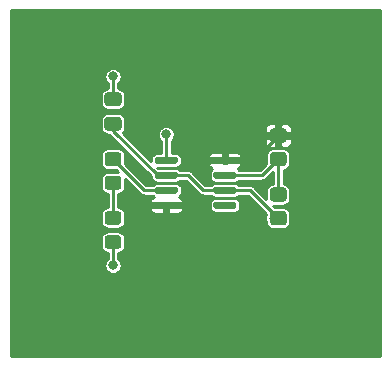
<source format=gbr>
%TF.GenerationSoftware,KiCad,Pcbnew,(5.1.9-0-10_14)*%
%TF.CreationDate,2021-03-11T21:56:35-05:00*%
%TF.ProjectId,getting_to_blinky,67657474-696e-4675-9f74-6f5f626c696e,rev?*%
%TF.SameCoordinates,Original*%
%TF.FileFunction,Copper,L1,Top*%
%TF.FilePolarity,Positive*%
%FSLAX46Y46*%
G04 Gerber Fmt 4.6, Leading zero omitted, Abs format (unit mm)*
G04 Created by KiCad (PCBNEW (5.1.9-0-10_14)) date 2021-03-11 21:56:35*
%MOMM*%
%LPD*%
G01*
G04 APERTURE LIST*
%TA.AperFunction,ViaPad*%
%ADD10C,0.800000*%
%TD*%
%TA.AperFunction,Conductor*%
%ADD11C,0.250000*%
%TD*%
%TA.AperFunction,Conductor*%
%ADD12C,0.100000*%
%TD*%
G04 APERTURE END LIST*
%TO.P,U1,8*%
%TO.N,/VDD*%
%TA.AperFunction,SMDPad,CuDef*%
G36*
G01*
X133500000Y-102245000D02*
X133500000Y-101945000D01*
G75*
G02*
X133650000Y-101795000I150000J0D01*
G01*
X135300000Y-101795000D01*
G75*
G02*
X135450000Y-101945000I0J-150000D01*
G01*
X135450000Y-102245000D01*
G75*
G02*
X135300000Y-102395000I-150000J0D01*
G01*
X133650000Y-102395000D01*
G75*
G02*
X133500000Y-102245000I0J150000D01*
G01*
G37*
%TD.AperFunction*%
%TO.P,U1,7*%
%TO.N,Net-(R1-Pad2)*%
%TA.AperFunction,SMDPad,CuDef*%
G36*
G01*
X133500000Y-103515000D02*
X133500000Y-103215000D01*
G75*
G02*
X133650000Y-103065000I150000J0D01*
G01*
X135300000Y-103065000D01*
G75*
G02*
X135450000Y-103215000I0J-150000D01*
G01*
X135450000Y-103515000D01*
G75*
G02*
X135300000Y-103665000I-150000J0D01*
G01*
X133650000Y-103665000D01*
G75*
G02*
X133500000Y-103515000I0J150000D01*
G01*
G37*
%TD.AperFunction*%
%TO.P,U1,6*%
%TO.N,Net-(C1-Pad1)*%
%TA.AperFunction,SMDPad,CuDef*%
G36*
G01*
X133500000Y-104785000D02*
X133500000Y-104485000D01*
G75*
G02*
X133650000Y-104335000I150000J0D01*
G01*
X135300000Y-104335000D01*
G75*
G02*
X135450000Y-104485000I0J-150000D01*
G01*
X135450000Y-104785000D01*
G75*
G02*
X135300000Y-104935000I-150000J0D01*
G01*
X133650000Y-104935000D01*
G75*
G02*
X133500000Y-104785000I0J150000D01*
G01*
G37*
%TD.AperFunction*%
%TO.P,U1,5*%
%TO.N,Net-(U1-Pad5)*%
%TA.AperFunction,SMDPad,CuDef*%
G36*
G01*
X133500000Y-106055000D02*
X133500000Y-105755000D01*
G75*
G02*
X133650000Y-105605000I150000J0D01*
G01*
X135300000Y-105605000D01*
G75*
G02*
X135450000Y-105755000I0J-150000D01*
G01*
X135450000Y-106055000D01*
G75*
G02*
X135300000Y-106205000I-150000J0D01*
G01*
X133650000Y-106205000D01*
G75*
G02*
X133500000Y-106055000I0J150000D01*
G01*
G37*
%TD.AperFunction*%
%TO.P,U1,4*%
%TO.N,/VDD*%
%TA.AperFunction,SMDPad,CuDef*%
G36*
G01*
X128550000Y-106055000D02*
X128550000Y-105755000D01*
G75*
G02*
X128700000Y-105605000I150000J0D01*
G01*
X130350000Y-105605000D01*
G75*
G02*
X130500000Y-105755000I0J-150000D01*
G01*
X130500000Y-106055000D01*
G75*
G02*
X130350000Y-106205000I-150000J0D01*
G01*
X128700000Y-106205000D01*
G75*
G02*
X128550000Y-106055000I0J150000D01*
G01*
G37*
%TD.AperFunction*%
%TO.P,U1,3*%
%TO.N,Net-(R3-Pad1)*%
%TA.AperFunction,SMDPad,CuDef*%
G36*
G01*
X128550000Y-104785000D02*
X128550000Y-104485000D01*
G75*
G02*
X128700000Y-104335000I150000J0D01*
G01*
X130350000Y-104335000D01*
G75*
G02*
X130500000Y-104485000I0J-150000D01*
G01*
X130500000Y-104785000D01*
G75*
G02*
X130350000Y-104935000I-150000J0D01*
G01*
X128700000Y-104935000D01*
G75*
G02*
X128550000Y-104785000I0J150000D01*
G01*
G37*
%TD.AperFunction*%
%TO.P,U1,2*%
%TO.N,Net-(C1-Pad1)*%
%TA.AperFunction,SMDPad,CuDef*%
G36*
G01*
X128550000Y-103515000D02*
X128550000Y-103215000D01*
G75*
G02*
X128700000Y-103065000I150000J0D01*
G01*
X130350000Y-103065000D01*
G75*
G02*
X130500000Y-103215000I0J-150000D01*
G01*
X130500000Y-103515000D01*
G75*
G02*
X130350000Y-103665000I-150000J0D01*
G01*
X128700000Y-103665000D01*
G75*
G02*
X128550000Y-103515000I0J150000D01*
G01*
G37*
%TD.AperFunction*%
%TO.P,U1,1*%
%TO.N,GND*%
%TA.AperFunction,SMDPad,CuDef*%
G36*
G01*
X128550000Y-102245000D02*
X128550000Y-101945000D01*
G75*
G02*
X128700000Y-101795000I150000J0D01*
G01*
X130350000Y-101795000D01*
G75*
G02*
X130500000Y-101945000I0J-150000D01*
G01*
X130500000Y-102245000D01*
G75*
G02*
X130350000Y-102395000I-150000J0D01*
G01*
X128700000Y-102395000D01*
G75*
G02*
X128550000Y-102245000I0J150000D01*
G01*
G37*
%TD.AperFunction*%
%TD*%
%TO.P,R3,1*%
%TO.N,Net-(R3-Pad1)*%
%TA.AperFunction,SMDPad,CuDef*%
G36*
G01*
X124549999Y-101400000D02*
X125450001Y-101400000D01*
G75*
G02*
X125700000Y-101649999I0J-249999D01*
G01*
X125700000Y-102350001D01*
G75*
G02*
X125450001Y-102600000I-249999J0D01*
G01*
X124549999Y-102600000D01*
G75*
G02*
X124300000Y-102350001I0J249999D01*
G01*
X124300000Y-101649999D01*
G75*
G02*
X124549999Y-101400000I249999J0D01*
G01*
G37*
%TD.AperFunction*%
%TO.P,R3,2*%
%TO.N,Net-(D1-Pad2)*%
%TA.AperFunction,SMDPad,CuDef*%
G36*
G01*
X124549999Y-103400000D02*
X125450001Y-103400000D01*
G75*
G02*
X125700000Y-103649999I0J-249999D01*
G01*
X125700000Y-104350001D01*
G75*
G02*
X125450001Y-104600000I-249999J0D01*
G01*
X124549999Y-104600000D01*
G75*
G02*
X124300000Y-104350001I0J249999D01*
G01*
X124300000Y-103649999D01*
G75*
G02*
X124549999Y-103400000I249999J0D01*
G01*
G37*
%TD.AperFunction*%
%TD*%
%TO.P,R2,2*%
%TO.N,Net-(C1-Pad1)*%
%TA.AperFunction,SMDPad,CuDef*%
G36*
G01*
X138549999Y-106400000D02*
X139450001Y-106400000D01*
G75*
G02*
X139700000Y-106649999I0J-249999D01*
G01*
X139700000Y-107350001D01*
G75*
G02*
X139450001Y-107600000I-249999J0D01*
G01*
X138549999Y-107600000D01*
G75*
G02*
X138300000Y-107350001I0J249999D01*
G01*
X138300000Y-106649999D01*
G75*
G02*
X138549999Y-106400000I249999J0D01*
G01*
G37*
%TD.AperFunction*%
%TO.P,R2,1*%
%TO.N,Net-(R1-Pad2)*%
%TA.AperFunction,SMDPad,CuDef*%
G36*
G01*
X138549999Y-104400000D02*
X139450001Y-104400000D01*
G75*
G02*
X139700000Y-104649999I0J-249999D01*
G01*
X139700000Y-105350001D01*
G75*
G02*
X139450001Y-105600000I-249999J0D01*
G01*
X138549999Y-105600000D01*
G75*
G02*
X138300000Y-105350001I0J249999D01*
G01*
X138300000Y-104649999D01*
G75*
G02*
X138549999Y-104400000I249999J0D01*
G01*
G37*
%TD.AperFunction*%
%TD*%
%TO.P,R1,2*%
%TO.N,Net-(R1-Pad2)*%
%TA.AperFunction,SMDPad,CuDef*%
G36*
G01*
X138549999Y-101400000D02*
X139450001Y-101400000D01*
G75*
G02*
X139700000Y-101649999I0J-249999D01*
G01*
X139700000Y-102350001D01*
G75*
G02*
X139450001Y-102600000I-249999J0D01*
G01*
X138549999Y-102600000D01*
G75*
G02*
X138300000Y-102350001I0J249999D01*
G01*
X138300000Y-101649999D01*
G75*
G02*
X138549999Y-101400000I249999J0D01*
G01*
G37*
%TD.AperFunction*%
%TO.P,R1,1*%
%TO.N,/VDD*%
%TA.AperFunction,SMDPad,CuDef*%
G36*
G01*
X138549999Y-99400000D02*
X139450001Y-99400000D01*
G75*
G02*
X139700000Y-99649999I0J-249999D01*
G01*
X139700000Y-100350001D01*
G75*
G02*
X139450001Y-100600000I-249999J0D01*
G01*
X138549999Y-100600000D01*
G75*
G02*
X138300000Y-100350001I0J249999D01*
G01*
X138300000Y-99649999D01*
G75*
G02*
X138549999Y-99400000I249999J0D01*
G01*
G37*
%TD.AperFunction*%
%TD*%
%TO.P,D1,2*%
%TO.N,Net-(D1-Pad2)*%
%TA.AperFunction,SMDPad,CuDef*%
G36*
G01*
X125450001Y-107550000D02*
X124549999Y-107550000D01*
G75*
G02*
X124300000Y-107300001I0J249999D01*
G01*
X124300000Y-106649999D01*
G75*
G02*
X124549999Y-106400000I249999J0D01*
G01*
X125450001Y-106400000D01*
G75*
G02*
X125700000Y-106649999I0J-249999D01*
G01*
X125700000Y-107300001D01*
G75*
G02*
X125450001Y-107550000I-249999J0D01*
G01*
G37*
%TD.AperFunction*%
%TO.P,D1,1*%
%TO.N,GND*%
%TA.AperFunction,SMDPad,CuDef*%
G36*
G01*
X125450001Y-109600000D02*
X124549999Y-109600000D01*
G75*
G02*
X124300000Y-109350001I0J249999D01*
G01*
X124300000Y-108699999D01*
G75*
G02*
X124549999Y-108450000I249999J0D01*
G01*
X125450001Y-108450000D01*
G75*
G02*
X125700000Y-108699999I0J-249999D01*
G01*
X125700000Y-109350001D01*
G75*
G02*
X125450001Y-109600000I-249999J0D01*
G01*
G37*
%TD.AperFunction*%
%TD*%
%TO.P,C1,1*%
%TO.N,Net-(C1-Pad1)*%
%TA.AperFunction,SMDPad,CuDef*%
G36*
G01*
X125475000Y-99587500D02*
X124525000Y-99587500D01*
G75*
G02*
X124275000Y-99337500I0J250000D01*
G01*
X124275000Y-98662500D01*
G75*
G02*
X124525000Y-98412500I250000J0D01*
G01*
X125475000Y-98412500D01*
G75*
G02*
X125725000Y-98662500I0J-250000D01*
G01*
X125725000Y-99337500D01*
G75*
G02*
X125475000Y-99587500I-250000J0D01*
G01*
G37*
%TD.AperFunction*%
%TO.P,C1,2*%
%TO.N,GND*%
%TA.AperFunction,SMDPad,CuDef*%
G36*
G01*
X125475000Y-97512500D02*
X124525000Y-97512500D01*
G75*
G02*
X124275000Y-97262500I0J250000D01*
G01*
X124275000Y-96587500D01*
G75*
G02*
X124525000Y-96337500I250000J0D01*
G01*
X125475000Y-96337500D01*
G75*
G02*
X125725000Y-96587500I0J-250000D01*
G01*
X125725000Y-97262500D01*
G75*
G02*
X125475000Y-97512500I-250000J0D01*
G01*
G37*
%TD.AperFunction*%
%TD*%
D10*
%TO.N,GND*%
X125000000Y-111000000D03*
X125000000Y-95000000D03*
X129500000Y-99900000D03*
%TO.N,/VDD*%
X119000000Y-99000000D03*
X144780000Y-109220000D03*
%TD*%
D11*
%TO.N,GND*%
X125000000Y-109025000D02*
X125000000Y-109000000D01*
X125000000Y-109025000D02*
X125000000Y-111000000D01*
X125000000Y-96925000D02*
X125000000Y-95000000D01*
X129525000Y-99925000D02*
X129500000Y-99900000D01*
X129525000Y-102095000D02*
X129525000Y-99925000D01*
%TO.N,Net-(C1-Pad1)*%
X128777500Y-103365000D02*
X129525000Y-103365000D01*
X125000000Y-99587500D02*
X128777500Y-103365000D01*
X125000000Y-99000000D02*
X125000000Y-99587500D01*
X138300000Y-107000000D02*
X139000000Y-107000000D01*
X136635000Y-104635000D02*
X139000000Y-107000000D01*
X134475000Y-104635000D02*
X136635000Y-104635000D01*
X131365000Y-103365000D02*
X129525000Y-103365000D01*
X132635000Y-104635000D02*
X131365000Y-103365000D01*
X134475000Y-104635000D02*
X132635000Y-104635000D01*
%TO.N,Net-(D1-Pad2)*%
X125000000Y-104000000D02*
X125000000Y-106975000D01*
%TO.N,Net-(R1-Pad2)*%
X137635000Y-103365000D02*
X139000000Y-102000000D01*
X134475000Y-103365000D02*
X137635000Y-103365000D01*
X139000000Y-104800000D02*
X139000000Y-105000000D01*
X134475000Y-103365000D02*
X137565000Y-103365000D01*
X139000000Y-105000000D02*
X139000000Y-104600000D01*
X139000000Y-104600000D02*
X139000000Y-102000000D01*
%TO.N,Net-(R3-Pad1)*%
X127635000Y-104635000D02*
X129525000Y-104635000D01*
X125000000Y-102000000D02*
X127635000Y-104635000D01*
%TO.N,/VDD*%
X136905000Y-102095000D02*
X139000000Y-100000000D01*
X134475000Y-102095000D02*
X136905000Y-102095000D01*
%TD*%
%TO.N,/VDD*%
X147650000Y-118650000D02*
X116350000Y-118650000D01*
X116350000Y-108699999D01*
X123973428Y-108699999D01*
X123973428Y-109350001D01*
X123984507Y-109462484D01*
X124017317Y-109570645D01*
X124070598Y-109670327D01*
X124142302Y-109757698D01*
X124229673Y-109829402D01*
X124329355Y-109882683D01*
X124437516Y-109915493D01*
X124549999Y-109926572D01*
X124550000Y-109926572D01*
X124550001Y-110428730D01*
X124537839Y-110436856D01*
X124436856Y-110537839D01*
X124357513Y-110656584D01*
X124302861Y-110788525D01*
X124275000Y-110928594D01*
X124275000Y-111071406D01*
X124302861Y-111211475D01*
X124357513Y-111343416D01*
X124436856Y-111462161D01*
X124537839Y-111563144D01*
X124656584Y-111642487D01*
X124788525Y-111697139D01*
X124928594Y-111725000D01*
X125071406Y-111725000D01*
X125211475Y-111697139D01*
X125343416Y-111642487D01*
X125462161Y-111563144D01*
X125563144Y-111462161D01*
X125642487Y-111343416D01*
X125697139Y-111211475D01*
X125725000Y-111071406D01*
X125725000Y-110928594D01*
X125697139Y-110788525D01*
X125642487Y-110656584D01*
X125563144Y-110537839D01*
X125462161Y-110436856D01*
X125450000Y-110428730D01*
X125450000Y-109926572D01*
X125450001Y-109926572D01*
X125562484Y-109915493D01*
X125670645Y-109882683D01*
X125770327Y-109829402D01*
X125857698Y-109757698D01*
X125929402Y-109670327D01*
X125982683Y-109570645D01*
X126015493Y-109462484D01*
X126026572Y-109350001D01*
X126026572Y-108699999D01*
X126015493Y-108587516D01*
X125982683Y-108479355D01*
X125929402Y-108379673D01*
X125857698Y-108292302D01*
X125770327Y-108220598D01*
X125670645Y-108167317D01*
X125562484Y-108134507D01*
X125450001Y-108123428D01*
X124549999Y-108123428D01*
X124437516Y-108134507D01*
X124329355Y-108167317D01*
X124229673Y-108220598D01*
X124142302Y-108292302D01*
X124070598Y-108379673D01*
X124017317Y-108479355D01*
X123984507Y-108587516D01*
X123973428Y-108699999D01*
X116350000Y-108699999D01*
X116350000Y-101649999D01*
X123973428Y-101649999D01*
X123973428Y-102350001D01*
X123984507Y-102462484D01*
X124017317Y-102570645D01*
X124070598Y-102670327D01*
X124142302Y-102757698D01*
X124229673Y-102829402D01*
X124329355Y-102882683D01*
X124437516Y-102915493D01*
X124549999Y-102926572D01*
X125290177Y-102926572D01*
X125437033Y-103073428D01*
X124549999Y-103073428D01*
X124437516Y-103084507D01*
X124329355Y-103117317D01*
X124229673Y-103170598D01*
X124142302Y-103242302D01*
X124070598Y-103329673D01*
X124017317Y-103429355D01*
X123984507Y-103537516D01*
X123973428Y-103649999D01*
X123973428Y-104350001D01*
X123984507Y-104462484D01*
X124017317Y-104570645D01*
X124070598Y-104670327D01*
X124142302Y-104757698D01*
X124229673Y-104829402D01*
X124329355Y-104882683D01*
X124437516Y-104915493D01*
X124549999Y-104926572D01*
X124550000Y-104926572D01*
X124550001Y-106073428D01*
X124549999Y-106073428D01*
X124437516Y-106084507D01*
X124329355Y-106117317D01*
X124229673Y-106170598D01*
X124142302Y-106242302D01*
X124070598Y-106329673D01*
X124017317Y-106429355D01*
X123984507Y-106537516D01*
X123973428Y-106649999D01*
X123973428Y-107300001D01*
X123984507Y-107412484D01*
X124017317Y-107520645D01*
X124070598Y-107620327D01*
X124142302Y-107707698D01*
X124229673Y-107779402D01*
X124329355Y-107832683D01*
X124437516Y-107865493D01*
X124549999Y-107876572D01*
X125450001Y-107876572D01*
X125562484Y-107865493D01*
X125670645Y-107832683D01*
X125770327Y-107779402D01*
X125857698Y-107707698D01*
X125929402Y-107620327D01*
X125982683Y-107520645D01*
X126015493Y-107412484D01*
X126026572Y-107300001D01*
X126026572Y-106649999D01*
X126015493Y-106537516D01*
X125982683Y-106429355D01*
X125929402Y-106329673D01*
X125857698Y-106242302D01*
X125812246Y-106205000D01*
X128122944Y-106205000D01*
X128131150Y-106288314D01*
X128155452Y-106368427D01*
X128194916Y-106442260D01*
X128248026Y-106506974D01*
X128312740Y-106560084D01*
X128386573Y-106599548D01*
X128466686Y-106623850D01*
X128550000Y-106632056D01*
X129243750Y-106630000D01*
X129350000Y-106523750D01*
X129350000Y-106080000D01*
X129700000Y-106080000D01*
X129700000Y-106523750D01*
X129806250Y-106630000D01*
X130500000Y-106632056D01*
X130583314Y-106623850D01*
X130663427Y-106599548D01*
X130737260Y-106560084D01*
X130801974Y-106506974D01*
X130855084Y-106442260D01*
X130894548Y-106368427D01*
X130918850Y-106288314D01*
X130927056Y-106205000D01*
X130925000Y-106186250D01*
X130818750Y-106080000D01*
X129700000Y-106080000D01*
X129350000Y-106080000D01*
X128231250Y-106080000D01*
X128125000Y-106186250D01*
X128122944Y-106205000D01*
X125812246Y-106205000D01*
X125770327Y-106170598D01*
X125670645Y-106117317D01*
X125562484Y-106084507D01*
X125450001Y-106073428D01*
X125450000Y-106073428D01*
X125450000Y-105755000D01*
X133173428Y-105755000D01*
X133173428Y-106055000D01*
X133182585Y-106147975D01*
X133209705Y-106237376D01*
X133253745Y-106319769D01*
X133313013Y-106391987D01*
X133385231Y-106451255D01*
X133467624Y-106495295D01*
X133557025Y-106522415D01*
X133650000Y-106531572D01*
X135300000Y-106531572D01*
X135392975Y-106522415D01*
X135482376Y-106495295D01*
X135564769Y-106451255D01*
X135636987Y-106391987D01*
X135696255Y-106319769D01*
X135740295Y-106237376D01*
X135767415Y-106147975D01*
X135776572Y-106055000D01*
X135776572Y-105755000D01*
X135767415Y-105662025D01*
X135740295Y-105572624D01*
X135696255Y-105490231D01*
X135636987Y-105418013D01*
X135564769Y-105358745D01*
X135482376Y-105314705D01*
X135392975Y-105287585D01*
X135300000Y-105278428D01*
X133650000Y-105278428D01*
X133557025Y-105287585D01*
X133467624Y-105314705D01*
X133385231Y-105358745D01*
X133313013Y-105418013D01*
X133253745Y-105490231D01*
X133209705Y-105572624D01*
X133182585Y-105662025D01*
X133173428Y-105755000D01*
X125450000Y-105755000D01*
X125450000Y-104926572D01*
X125450001Y-104926572D01*
X125562484Y-104915493D01*
X125670645Y-104882683D01*
X125770327Y-104829402D01*
X125857698Y-104757698D01*
X125929402Y-104670327D01*
X125982683Y-104570645D01*
X126015493Y-104462484D01*
X126026572Y-104350001D01*
X126026572Y-103662968D01*
X127301176Y-104937572D01*
X127315263Y-104954737D01*
X127332428Y-104968824D01*
X127332432Y-104968828D01*
X127383783Y-105010971D01*
X127444620Y-105043489D01*
X127461959Y-105052757D01*
X127546785Y-105078489D01*
X127612895Y-105085000D01*
X127612906Y-105085000D01*
X127635000Y-105087176D01*
X127657094Y-105085000D01*
X128332658Y-105085000D01*
X128363013Y-105121987D01*
X128435231Y-105181255D01*
X128452462Y-105190465D01*
X128386573Y-105210452D01*
X128312740Y-105249916D01*
X128248026Y-105303026D01*
X128194916Y-105367740D01*
X128155452Y-105441573D01*
X128131150Y-105521686D01*
X128122944Y-105605000D01*
X128125000Y-105623750D01*
X128231250Y-105730000D01*
X129350000Y-105730000D01*
X129350000Y-105710000D01*
X129700000Y-105710000D01*
X129700000Y-105730000D01*
X130818750Y-105730000D01*
X130925000Y-105623750D01*
X130927056Y-105605000D01*
X130918850Y-105521686D01*
X130894548Y-105441573D01*
X130855084Y-105367740D01*
X130801974Y-105303026D01*
X130737260Y-105249916D01*
X130663427Y-105210452D01*
X130597538Y-105190465D01*
X130614769Y-105181255D01*
X130686987Y-105121987D01*
X130746255Y-105049769D01*
X130790295Y-104967376D01*
X130817415Y-104877975D01*
X130826572Y-104785000D01*
X130826572Y-104485000D01*
X130817415Y-104392025D01*
X130790295Y-104302624D01*
X130746255Y-104220231D01*
X130686987Y-104148013D01*
X130614769Y-104088745D01*
X130532376Y-104044705D01*
X130442975Y-104017585D01*
X130350000Y-104008428D01*
X128700000Y-104008428D01*
X128607025Y-104017585D01*
X128517624Y-104044705D01*
X128435231Y-104088745D01*
X128363013Y-104148013D01*
X128332658Y-104185000D01*
X127821396Y-104185000D01*
X126022970Y-102386574D01*
X126026572Y-102350001D01*
X126026572Y-101649999D01*
X126015493Y-101537516D01*
X125982683Y-101429355D01*
X125929402Y-101329673D01*
X125857698Y-101242302D01*
X125770327Y-101170598D01*
X125670645Y-101117317D01*
X125562484Y-101084507D01*
X125450001Y-101073428D01*
X124549999Y-101073428D01*
X124437516Y-101084507D01*
X124329355Y-101117317D01*
X124229673Y-101170598D01*
X124142302Y-101242302D01*
X124070598Y-101329673D01*
X124017317Y-101429355D01*
X123984507Y-101537516D01*
X123973428Y-101649999D01*
X116350000Y-101649999D01*
X116350000Y-98662500D01*
X123948428Y-98662500D01*
X123948428Y-99337500D01*
X123959507Y-99449984D01*
X123992317Y-99558145D01*
X124045598Y-99657826D01*
X124117302Y-99745198D01*
X124204674Y-99816902D01*
X124304355Y-99870183D01*
X124412516Y-99902993D01*
X124525000Y-99914072D01*
X124688592Y-99914072D01*
X124697429Y-99921324D01*
X128223428Y-103447324D01*
X128223428Y-103515000D01*
X128232585Y-103607975D01*
X128259705Y-103697376D01*
X128303745Y-103779769D01*
X128363013Y-103851987D01*
X128435231Y-103911255D01*
X128517624Y-103955295D01*
X128607025Y-103982415D01*
X128700000Y-103991572D01*
X130350000Y-103991572D01*
X130442975Y-103982415D01*
X130532376Y-103955295D01*
X130614769Y-103911255D01*
X130686987Y-103851987D01*
X130717342Y-103815000D01*
X131178605Y-103815000D01*
X132301176Y-104937572D01*
X132315263Y-104954737D01*
X132332428Y-104968824D01*
X132332432Y-104968828D01*
X132383783Y-105010971D01*
X132444620Y-105043489D01*
X132461959Y-105052757D01*
X132546785Y-105078489D01*
X132612895Y-105085000D01*
X132612905Y-105085000D01*
X132634999Y-105087176D01*
X132657093Y-105085000D01*
X133282658Y-105085000D01*
X133313013Y-105121987D01*
X133385231Y-105181255D01*
X133467624Y-105225295D01*
X133557025Y-105252415D01*
X133650000Y-105261572D01*
X135300000Y-105261572D01*
X135392975Y-105252415D01*
X135482376Y-105225295D01*
X135564769Y-105181255D01*
X135636987Y-105121987D01*
X135667342Y-105085000D01*
X136448605Y-105085000D01*
X137977030Y-106613426D01*
X137973428Y-106649999D01*
X137973428Y-106688591D01*
X137924029Y-106748784D01*
X137882243Y-106826959D01*
X137856511Y-106911785D01*
X137847823Y-107000000D01*
X137856511Y-107088215D01*
X137882243Y-107173041D01*
X137924029Y-107251216D01*
X137973428Y-107311409D01*
X137973428Y-107350001D01*
X137984507Y-107462484D01*
X138017317Y-107570645D01*
X138070598Y-107670327D01*
X138142302Y-107757698D01*
X138229673Y-107829402D01*
X138329355Y-107882683D01*
X138437516Y-107915493D01*
X138549999Y-107926572D01*
X139450001Y-107926572D01*
X139562484Y-107915493D01*
X139670645Y-107882683D01*
X139770327Y-107829402D01*
X139857698Y-107757698D01*
X139929402Y-107670327D01*
X139982683Y-107570645D01*
X140015493Y-107462484D01*
X140026572Y-107350001D01*
X140026572Y-106649999D01*
X140015493Y-106537516D01*
X139982683Y-106429355D01*
X139929402Y-106329673D01*
X139857698Y-106242302D01*
X139770327Y-106170598D01*
X139670645Y-106117317D01*
X139562484Y-106084507D01*
X139450001Y-106073428D01*
X138709824Y-106073428D01*
X138562968Y-105926572D01*
X139450001Y-105926572D01*
X139562484Y-105915493D01*
X139670645Y-105882683D01*
X139770327Y-105829402D01*
X139857698Y-105757698D01*
X139929402Y-105670327D01*
X139982683Y-105570645D01*
X140015493Y-105462484D01*
X140026572Y-105350001D01*
X140026572Y-104649999D01*
X140015493Y-104537516D01*
X139982683Y-104429355D01*
X139929402Y-104329673D01*
X139857698Y-104242302D01*
X139770327Y-104170598D01*
X139670645Y-104117317D01*
X139562484Y-104084507D01*
X139450001Y-104073428D01*
X139450000Y-104073428D01*
X139450000Y-102926572D01*
X139450001Y-102926572D01*
X139562484Y-102915493D01*
X139670645Y-102882683D01*
X139770327Y-102829402D01*
X139857698Y-102757698D01*
X139929402Y-102670327D01*
X139982683Y-102570645D01*
X140015493Y-102462484D01*
X140026572Y-102350001D01*
X140026572Y-101649999D01*
X140015493Y-101537516D01*
X139982683Y-101429355D01*
X139929402Y-101329673D01*
X139857698Y-101242302D01*
X139770327Y-101170598D01*
X139670645Y-101117317D01*
X139562484Y-101084507D01*
X139450001Y-101073428D01*
X138549999Y-101073428D01*
X138437516Y-101084507D01*
X138329355Y-101117317D01*
X138229673Y-101170598D01*
X138142302Y-101242302D01*
X138070598Y-101329673D01*
X138017317Y-101429355D01*
X137984507Y-101537516D01*
X137973428Y-101649999D01*
X137973428Y-102350001D01*
X137977030Y-102386574D01*
X137448605Y-102915000D01*
X135667342Y-102915000D01*
X135636987Y-102878013D01*
X135564769Y-102818745D01*
X135547538Y-102809535D01*
X135613427Y-102789548D01*
X135687260Y-102750084D01*
X135751974Y-102696974D01*
X135805084Y-102632260D01*
X135844548Y-102558427D01*
X135868850Y-102478314D01*
X135877056Y-102395000D01*
X135875000Y-102376250D01*
X135768750Y-102270000D01*
X134650000Y-102270000D01*
X134650000Y-102290000D01*
X134300000Y-102290000D01*
X134300000Y-102270000D01*
X133181250Y-102270000D01*
X133075000Y-102376250D01*
X133072944Y-102395000D01*
X133081150Y-102478314D01*
X133105452Y-102558427D01*
X133144916Y-102632260D01*
X133198026Y-102696974D01*
X133262740Y-102750084D01*
X133336573Y-102789548D01*
X133402462Y-102809535D01*
X133385231Y-102818745D01*
X133313013Y-102878013D01*
X133253745Y-102950231D01*
X133209705Y-103032624D01*
X133182585Y-103122025D01*
X133173428Y-103215000D01*
X133173428Y-103515000D01*
X133182585Y-103607975D01*
X133209705Y-103697376D01*
X133253745Y-103779769D01*
X133313013Y-103851987D01*
X133385231Y-103911255D01*
X133467624Y-103955295D01*
X133557025Y-103982415D01*
X133650000Y-103991572D01*
X135300000Y-103991572D01*
X135392975Y-103982415D01*
X135482376Y-103955295D01*
X135564769Y-103911255D01*
X135636987Y-103851987D01*
X135667342Y-103815000D01*
X137612906Y-103815000D01*
X137635000Y-103817176D01*
X137657094Y-103815000D01*
X137657105Y-103815000D01*
X137723215Y-103808489D01*
X137808041Y-103782757D01*
X137886216Y-103740971D01*
X137954737Y-103684737D01*
X137968829Y-103667566D01*
X138550001Y-103086395D01*
X138550000Y-104073428D01*
X138549999Y-104073428D01*
X138437516Y-104084507D01*
X138329355Y-104117317D01*
X138229673Y-104170598D01*
X138142302Y-104242302D01*
X138070598Y-104329673D01*
X138017317Y-104429355D01*
X137984507Y-104537516D01*
X137973428Y-104649999D01*
X137973428Y-105337033D01*
X136968827Y-104332432D01*
X136954737Y-104315263D01*
X136886216Y-104259029D01*
X136808041Y-104217243D01*
X136723215Y-104191511D01*
X136657105Y-104185000D01*
X136657094Y-104185000D01*
X136635000Y-104182824D01*
X136612906Y-104185000D01*
X135667342Y-104185000D01*
X135636987Y-104148013D01*
X135564769Y-104088745D01*
X135482376Y-104044705D01*
X135392975Y-104017585D01*
X135300000Y-104008428D01*
X133650000Y-104008428D01*
X133557025Y-104017585D01*
X133467624Y-104044705D01*
X133385231Y-104088745D01*
X133313013Y-104148013D01*
X133282658Y-104185000D01*
X132821396Y-104185000D01*
X131698827Y-103062432D01*
X131684737Y-103045263D01*
X131616216Y-102989029D01*
X131538041Y-102947243D01*
X131453215Y-102921511D01*
X131387105Y-102915000D01*
X131387094Y-102915000D01*
X131365000Y-102912824D01*
X131342906Y-102915000D01*
X130717342Y-102915000D01*
X130686987Y-102878013D01*
X130614769Y-102818745D01*
X130532376Y-102774705D01*
X130442975Y-102747585D01*
X130350000Y-102738428D01*
X128787324Y-102738428D01*
X128770468Y-102721572D01*
X130350000Y-102721572D01*
X130442975Y-102712415D01*
X130532376Y-102685295D01*
X130614769Y-102641255D01*
X130686987Y-102581987D01*
X130746255Y-102509769D01*
X130790295Y-102427376D01*
X130817415Y-102337975D01*
X130826572Y-102245000D01*
X130826572Y-101945000D01*
X130817415Y-101852025D01*
X130800117Y-101795000D01*
X133072944Y-101795000D01*
X133075000Y-101813750D01*
X133181250Y-101920000D01*
X134300000Y-101920000D01*
X134300000Y-101476250D01*
X134650000Y-101476250D01*
X134650000Y-101920000D01*
X135768750Y-101920000D01*
X135875000Y-101813750D01*
X135877056Y-101795000D01*
X135868850Y-101711686D01*
X135844548Y-101631573D01*
X135805084Y-101557740D01*
X135751974Y-101493026D01*
X135687260Y-101439916D01*
X135613427Y-101400452D01*
X135533314Y-101376150D01*
X135450000Y-101367944D01*
X134756250Y-101370000D01*
X134650000Y-101476250D01*
X134300000Y-101476250D01*
X134193750Y-101370000D01*
X133500000Y-101367944D01*
X133416686Y-101376150D01*
X133336573Y-101400452D01*
X133262740Y-101439916D01*
X133198026Y-101493026D01*
X133144916Y-101557740D01*
X133105452Y-101631573D01*
X133081150Y-101711686D01*
X133072944Y-101795000D01*
X130800117Y-101795000D01*
X130790295Y-101762624D01*
X130746255Y-101680231D01*
X130686987Y-101608013D01*
X130614769Y-101548745D01*
X130532376Y-101504705D01*
X130442975Y-101477585D01*
X130350000Y-101468428D01*
X129975000Y-101468428D01*
X129975000Y-100600000D01*
X137872944Y-100600000D01*
X137881150Y-100683314D01*
X137905452Y-100763427D01*
X137944916Y-100837260D01*
X137998026Y-100901974D01*
X138062740Y-100955084D01*
X138136573Y-100994548D01*
X138216686Y-101018850D01*
X138300000Y-101027056D01*
X138718750Y-101025000D01*
X138825000Y-100918750D01*
X138825000Y-100175000D01*
X139175000Y-100175000D01*
X139175000Y-100918750D01*
X139281250Y-101025000D01*
X139700000Y-101027056D01*
X139783314Y-101018850D01*
X139863427Y-100994548D01*
X139937260Y-100955084D01*
X140001974Y-100901974D01*
X140055084Y-100837260D01*
X140094548Y-100763427D01*
X140118850Y-100683314D01*
X140127056Y-100600000D01*
X140125000Y-100281250D01*
X140018750Y-100175000D01*
X139175000Y-100175000D01*
X138825000Y-100175000D01*
X137981250Y-100175000D01*
X137875000Y-100281250D01*
X137872944Y-100600000D01*
X129975000Y-100600000D01*
X129975000Y-100450305D01*
X130063144Y-100362161D01*
X130142487Y-100243416D01*
X130197139Y-100111475D01*
X130225000Y-99971406D01*
X130225000Y-99828594D01*
X130197139Y-99688525D01*
X130142487Y-99556584D01*
X130063144Y-99437839D01*
X130025305Y-99400000D01*
X137872944Y-99400000D01*
X137875000Y-99718750D01*
X137981250Y-99825000D01*
X138825000Y-99825000D01*
X138825000Y-99081250D01*
X139175000Y-99081250D01*
X139175000Y-99825000D01*
X140018750Y-99825000D01*
X140125000Y-99718750D01*
X140127056Y-99400000D01*
X140118850Y-99316686D01*
X140094548Y-99236573D01*
X140055084Y-99162740D01*
X140001974Y-99098026D01*
X139937260Y-99044916D01*
X139863427Y-99005452D01*
X139783314Y-98981150D01*
X139700000Y-98972944D01*
X139281250Y-98975000D01*
X139175000Y-99081250D01*
X138825000Y-99081250D01*
X138718750Y-98975000D01*
X138300000Y-98972944D01*
X138216686Y-98981150D01*
X138136573Y-99005452D01*
X138062740Y-99044916D01*
X137998026Y-99098026D01*
X137944916Y-99162740D01*
X137905452Y-99236573D01*
X137881150Y-99316686D01*
X137872944Y-99400000D01*
X130025305Y-99400000D01*
X129962161Y-99336856D01*
X129843416Y-99257513D01*
X129711475Y-99202861D01*
X129571406Y-99175000D01*
X129428594Y-99175000D01*
X129288525Y-99202861D01*
X129156584Y-99257513D01*
X129037839Y-99336856D01*
X128936856Y-99437839D01*
X128857513Y-99556584D01*
X128802861Y-99688525D01*
X128775000Y-99828594D01*
X128775000Y-99971406D01*
X128802861Y-100111475D01*
X128857513Y-100243416D01*
X128936856Y-100362161D01*
X129037839Y-100463144D01*
X129075001Y-100487975D01*
X129075000Y-101468428D01*
X128700000Y-101468428D01*
X128607025Y-101477585D01*
X128517624Y-101504705D01*
X128435231Y-101548745D01*
X128363013Y-101608013D01*
X128303745Y-101680231D01*
X128259705Y-101762624D01*
X128232585Y-101852025D01*
X128223428Y-101945000D01*
X128223428Y-102174532D01*
X125834032Y-99785137D01*
X125882698Y-99745198D01*
X125954402Y-99657826D01*
X126007683Y-99558145D01*
X126040493Y-99449984D01*
X126051572Y-99337500D01*
X126051572Y-98662500D01*
X126040493Y-98550016D01*
X126007683Y-98441855D01*
X125954402Y-98342174D01*
X125882698Y-98254802D01*
X125795326Y-98183098D01*
X125695645Y-98129817D01*
X125587484Y-98097007D01*
X125475000Y-98085928D01*
X124525000Y-98085928D01*
X124412516Y-98097007D01*
X124304355Y-98129817D01*
X124204674Y-98183098D01*
X124117302Y-98254802D01*
X124045598Y-98342174D01*
X123992317Y-98441855D01*
X123959507Y-98550016D01*
X123948428Y-98662500D01*
X116350000Y-98662500D01*
X116350000Y-96587500D01*
X123948428Y-96587500D01*
X123948428Y-97262500D01*
X123959507Y-97374984D01*
X123992317Y-97483145D01*
X124045598Y-97582826D01*
X124117302Y-97670198D01*
X124204674Y-97741902D01*
X124304355Y-97795183D01*
X124412516Y-97827993D01*
X124525000Y-97839072D01*
X125475000Y-97839072D01*
X125587484Y-97827993D01*
X125695645Y-97795183D01*
X125795326Y-97741902D01*
X125882698Y-97670198D01*
X125954402Y-97582826D01*
X126007683Y-97483145D01*
X126040493Y-97374984D01*
X126051572Y-97262500D01*
X126051572Y-96587500D01*
X126040493Y-96475016D01*
X126007683Y-96366855D01*
X125954402Y-96267174D01*
X125882698Y-96179802D01*
X125795326Y-96108098D01*
X125695645Y-96054817D01*
X125587484Y-96022007D01*
X125475000Y-96010928D01*
X125450000Y-96010928D01*
X125450000Y-95571270D01*
X125462161Y-95563144D01*
X125563144Y-95462161D01*
X125642487Y-95343416D01*
X125697139Y-95211475D01*
X125725000Y-95071406D01*
X125725000Y-94928594D01*
X125697139Y-94788525D01*
X125642487Y-94656584D01*
X125563144Y-94537839D01*
X125462161Y-94436856D01*
X125343416Y-94357513D01*
X125211475Y-94302861D01*
X125071406Y-94275000D01*
X124928594Y-94275000D01*
X124788525Y-94302861D01*
X124656584Y-94357513D01*
X124537839Y-94436856D01*
X124436856Y-94537839D01*
X124357513Y-94656584D01*
X124302861Y-94788525D01*
X124275000Y-94928594D01*
X124275000Y-95071406D01*
X124302861Y-95211475D01*
X124357513Y-95343416D01*
X124436856Y-95462161D01*
X124537839Y-95563144D01*
X124550001Y-95571270D01*
X124550000Y-96010928D01*
X124525000Y-96010928D01*
X124412516Y-96022007D01*
X124304355Y-96054817D01*
X124204674Y-96108098D01*
X124117302Y-96179802D01*
X124045598Y-96267174D01*
X123992317Y-96366855D01*
X123959507Y-96475016D01*
X123948428Y-96587500D01*
X116350000Y-96587500D01*
X116350000Y-89350000D01*
X147650001Y-89350000D01*
X147650000Y-118650000D01*
%TA.AperFunction,Conductor*%
D12*
G36*
X147650000Y-118650000D02*
G01*
X116350000Y-118650000D01*
X116350000Y-108699999D01*
X123973428Y-108699999D01*
X123973428Y-109350001D01*
X123984507Y-109462484D01*
X124017317Y-109570645D01*
X124070598Y-109670327D01*
X124142302Y-109757698D01*
X124229673Y-109829402D01*
X124329355Y-109882683D01*
X124437516Y-109915493D01*
X124549999Y-109926572D01*
X124550000Y-109926572D01*
X124550001Y-110428730D01*
X124537839Y-110436856D01*
X124436856Y-110537839D01*
X124357513Y-110656584D01*
X124302861Y-110788525D01*
X124275000Y-110928594D01*
X124275000Y-111071406D01*
X124302861Y-111211475D01*
X124357513Y-111343416D01*
X124436856Y-111462161D01*
X124537839Y-111563144D01*
X124656584Y-111642487D01*
X124788525Y-111697139D01*
X124928594Y-111725000D01*
X125071406Y-111725000D01*
X125211475Y-111697139D01*
X125343416Y-111642487D01*
X125462161Y-111563144D01*
X125563144Y-111462161D01*
X125642487Y-111343416D01*
X125697139Y-111211475D01*
X125725000Y-111071406D01*
X125725000Y-110928594D01*
X125697139Y-110788525D01*
X125642487Y-110656584D01*
X125563144Y-110537839D01*
X125462161Y-110436856D01*
X125450000Y-110428730D01*
X125450000Y-109926572D01*
X125450001Y-109926572D01*
X125562484Y-109915493D01*
X125670645Y-109882683D01*
X125770327Y-109829402D01*
X125857698Y-109757698D01*
X125929402Y-109670327D01*
X125982683Y-109570645D01*
X126015493Y-109462484D01*
X126026572Y-109350001D01*
X126026572Y-108699999D01*
X126015493Y-108587516D01*
X125982683Y-108479355D01*
X125929402Y-108379673D01*
X125857698Y-108292302D01*
X125770327Y-108220598D01*
X125670645Y-108167317D01*
X125562484Y-108134507D01*
X125450001Y-108123428D01*
X124549999Y-108123428D01*
X124437516Y-108134507D01*
X124329355Y-108167317D01*
X124229673Y-108220598D01*
X124142302Y-108292302D01*
X124070598Y-108379673D01*
X124017317Y-108479355D01*
X123984507Y-108587516D01*
X123973428Y-108699999D01*
X116350000Y-108699999D01*
X116350000Y-101649999D01*
X123973428Y-101649999D01*
X123973428Y-102350001D01*
X123984507Y-102462484D01*
X124017317Y-102570645D01*
X124070598Y-102670327D01*
X124142302Y-102757698D01*
X124229673Y-102829402D01*
X124329355Y-102882683D01*
X124437516Y-102915493D01*
X124549999Y-102926572D01*
X125290177Y-102926572D01*
X125437033Y-103073428D01*
X124549999Y-103073428D01*
X124437516Y-103084507D01*
X124329355Y-103117317D01*
X124229673Y-103170598D01*
X124142302Y-103242302D01*
X124070598Y-103329673D01*
X124017317Y-103429355D01*
X123984507Y-103537516D01*
X123973428Y-103649999D01*
X123973428Y-104350001D01*
X123984507Y-104462484D01*
X124017317Y-104570645D01*
X124070598Y-104670327D01*
X124142302Y-104757698D01*
X124229673Y-104829402D01*
X124329355Y-104882683D01*
X124437516Y-104915493D01*
X124549999Y-104926572D01*
X124550000Y-104926572D01*
X124550001Y-106073428D01*
X124549999Y-106073428D01*
X124437516Y-106084507D01*
X124329355Y-106117317D01*
X124229673Y-106170598D01*
X124142302Y-106242302D01*
X124070598Y-106329673D01*
X124017317Y-106429355D01*
X123984507Y-106537516D01*
X123973428Y-106649999D01*
X123973428Y-107300001D01*
X123984507Y-107412484D01*
X124017317Y-107520645D01*
X124070598Y-107620327D01*
X124142302Y-107707698D01*
X124229673Y-107779402D01*
X124329355Y-107832683D01*
X124437516Y-107865493D01*
X124549999Y-107876572D01*
X125450001Y-107876572D01*
X125562484Y-107865493D01*
X125670645Y-107832683D01*
X125770327Y-107779402D01*
X125857698Y-107707698D01*
X125929402Y-107620327D01*
X125982683Y-107520645D01*
X126015493Y-107412484D01*
X126026572Y-107300001D01*
X126026572Y-106649999D01*
X126015493Y-106537516D01*
X125982683Y-106429355D01*
X125929402Y-106329673D01*
X125857698Y-106242302D01*
X125812246Y-106205000D01*
X128122944Y-106205000D01*
X128131150Y-106288314D01*
X128155452Y-106368427D01*
X128194916Y-106442260D01*
X128248026Y-106506974D01*
X128312740Y-106560084D01*
X128386573Y-106599548D01*
X128466686Y-106623850D01*
X128550000Y-106632056D01*
X129243750Y-106630000D01*
X129350000Y-106523750D01*
X129350000Y-106080000D01*
X129700000Y-106080000D01*
X129700000Y-106523750D01*
X129806250Y-106630000D01*
X130500000Y-106632056D01*
X130583314Y-106623850D01*
X130663427Y-106599548D01*
X130737260Y-106560084D01*
X130801974Y-106506974D01*
X130855084Y-106442260D01*
X130894548Y-106368427D01*
X130918850Y-106288314D01*
X130927056Y-106205000D01*
X130925000Y-106186250D01*
X130818750Y-106080000D01*
X129700000Y-106080000D01*
X129350000Y-106080000D01*
X128231250Y-106080000D01*
X128125000Y-106186250D01*
X128122944Y-106205000D01*
X125812246Y-106205000D01*
X125770327Y-106170598D01*
X125670645Y-106117317D01*
X125562484Y-106084507D01*
X125450001Y-106073428D01*
X125450000Y-106073428D01*
X125450000Y-105755000D01*
X133173428Y-105755000D01*
X133173428Y-106055000D01*
X133182585Y-106147975D01*
X133209705Y-106237376D01*
X133253745Y-106319769D01*
X133313013Y-106391987D01*
X133385231Y-106451255D01*
X133467624Y-106495295D01*
X133557025Y-106522415D01*
X133650000Y-106531572D01*
X135300000Y-106531572D01*
X135392975Y-106522415D01*
X135482376Y-106495295D01*
X135564769Y-106451255D01*
X135636987Y-106391987D01*
X135696255Y-106319769D01*
X135740295Y-106237376D01*
X135767415Y-106147975D01*
X135776572Y-106055000D01*
X135776572Y-105755000D01*
X135767415Y-105662025D01*
X135740295Y-105572624D01*
X135696255Y-105490231D01*
X135636987Y-105418013D01*
X135564769Y-105358745D01*
X135482376Y-105314705D01*
X135392975Y-105287585D01*
X135300000Y-105278428D01*
X133650000Y-105278428D01*
X133557025Y-105287585D01*
X133467624Y-105314705D01*
X133385231Y-105358745D01*
X133313013Y-105418013D01*
X133253745Y-105490231D01*
X133209705Y-105572624D01*
X133182585Y-105662025D01*
X133173428Y-105755000D01*
X125450000Y-105755000D01*
X125450000Y-104926572D01*
X125450001Y-104926572D01*
X125562484Y-104915493D01*
X125670645Y-104882683D01*
X125770327Y-104829402D01*
X125857698Y-104757698D01*
X125929402Y-104670327D01*
X125982683Y-104570645D01*
X126015493Y-104462484D01*
X126026572Y-104350001D01*
X126026572Y-103662968D01*
X127301176Y-104937572D01*
X127315263Y-104954737D01*
X127332428Y-104968824D01*
X127332432Y-104968828D01*
X127383783Y-105010971D01*
X127444620Y-105043489D01*
X127461959Y-105052757D01*
X127546785Y-105078489D01*
X127612895Y-105085000D01*
X127612906Y-105085000D01*
X127635000Y-105087176D01*
X127657094Y-105085000D01*
X128332658Y-105085000D01*
X128363013Y-105121987D01*
X128435231Y-105181255D01*
X128452462Y-105190465D01*
X128386573Y-105210452D01*
X128312740Y-105249916D01*
X128248026Y-105303026D01*
X128194916Y-105367740D01*
X128155452Y-105441573D01*
X128131150Y-105521686D01*
X128122944Y-105605000D01*
X128125000Y-105623750D01*
X128231250Y-105730000D01*
X129350000Y-105730000D01*
X129350000Y-105710000D01*
X129700000Y-105710000D01*
X129700000Y-105730000D01*
X130818750Y-105730000D01*
X130925000Y-105623750D01*
X130927056Y-105605000D01*
X130918850Y-105521686D01*
X130894548Y-105441573D01*
X130855084Y-105367740D01*
X130801974Y-105303026D01*
X130737260Y-105249916D01*
X130663427Y-105210452D01*
X130597538Y-105190465D01*
X130614769Y-105181255D01*
X130686987Y-105121987D01*
X130746255Y-105049769D01*
X130790295Y-104967376D01*
X130817415Y-104877975D01*
X130826572Y-104785000D01*
X130826572Y-104485000D01*
X130817415Y-104392025D01*
X130790295Y-104302624D01*
X130746255Y-104220231D01*
X130686987Y-104148013D01*
X130614769Y-104088745D01*
X130532376Y-104044705D01*
X130442975Y-104017585D01*
X130350000Y-104008428D01*
X128700000Y-104008428D01*
X128607025Y-104017585D01*
X128517624Y-104044705D01*
X128435231Y-104088745D01*
X128363013Y-104148013D01*
X128332658Y-104185000D01*
X127821396Y-104185000D01*
X126022970Y-102386574D01*
X126026572Y-102350001D01*
X126026572Y-101649999D01*
X126015493Y-101537516D01*
X125982683Y-101429355D01*
X125929402Y-101329673D01*
X125857698Y-101242302D01*
X125770327Y-101170598D01*
X125670645Y-101117317D01*
X125562484Y-101084507D01*
X125450001Y-101073428D01*
X124549999Y-101073428D01*
X124437516Y-101084507D01*
X124329355Y-101117317D01*
X124229673Y-101170598D01*
X124142302Y-101242302D01*
X124070598Y-101329673D01*
X124017317Y-101429355D01*
X123984507Y-101537516D01*
X123973428Y-101649999D01*
X116350000Y-101649999D01*
X116350000Y-98662500D01*
X123948428Y-98662500D01*
X123948428Y-99337500D01*
X123959507Y-99449984D01*
X123992317Y-99558145D01*
X124045598Y-99657826D01*
X124117302Y-99745198D01*
X124204674Y-99816902D01*
X124304355Y-99870183D01*
X124412516Y-99902993D01*
X124525000Y-99914072D01*
X124688592Y-99914072D01*
X124697429Y-99921324D01*
X128223428Y-103447324D01*
X128223428Y-103515000D01*
X128232585Y-103607975D01*
X128259705Y-103697376D01*
X128303745Y-103779769D01*
X128363013Y-103851987D01*
X128435231Y-103911255D01*
X128517624Y-103955295D01*
X128607025Y-103982415D01*
X128700000Y-103991572D01*
X130350000Y-103991572D01*
X130442975Y-103982415D01*
X130532376Y-103955295D01*
X130614769Y-103911255D01*
X130686987Y-103851987D01*
X130717342Y-103815000D01*
X131178605Y-103815000D01*
X132301176Y-104937572D01*
X132315263Y-104954737D01*
X132332428Y-104968824D01*
X132332432Y-104968828D01*
X132383783Y-105010971D01*
X132444620Y-105043489D01*
X132461959Y-105052757D01*
X132546785Y-105078489D01*
X132612895Y-105085000D01*
X132612905Y-105085000D01*
X132634999Y-105087176D01*
X132657093Y-105085000D01*
X133282658Y-105085000D01*
X133313013Y-105121987D01*
X133385231Y-105181255D01*
X133467624Y-105225295D01*
X133557025Y-105252415D01*
X133650000Y-105261572D01*
X135300000Y-105261572D01*
X135392975Y-105252415D01*
X135482376Y-105225295D01*
X135564769Y-105181255D01*
X135636987Y-105121987D01*
X135667342Y-105085000D01*
X136448605Y-105085000D01*
X137977030Y-106613426D01*
X137973428Y-106649999D01*
X137973428Y-106688591D01*
X137924029Y-106748784D01*
X137882243Y-106826959D01*
X137856511Y-106911785D01*
X137847823Y-107000000D01*
X137856511Y-107088215D01*
X137882243Y-107173041D01*
X137924029Y-107251216D01*
X137973428Y-107311409D01*
X137973428Y-107350001D01*
X137984507Y-107462484D01*
X138017317Y-107570645D01*
X138070598Y-107670327D01*
X138142302Y-107757698D01*
X138229673Y-107829402D01*
X138329355Y-107882683D01*
X138437516Y-107915493D01*
X138549999Y-107926572D01*
X139450001Y-107926572D01*
X139562484Y-107915493D01*
X139670645Y-107882683D01*
X139770327Y-107829402D01*
X139857698Y-107757698D01*
X139929402Y-107670327D01*
X139982683Y-107570645D01*
X140015493Y-107462484D01*
X140026572Y-107350001D01*
X140026572Y-106649999D01*
X140015493Y-106537516D01*
X139982683Y-106429355D01*
X139929402Y-106329673D01*
X139857698Y-106242302D01*
X139770327Y-106170598D01*
X139670645Y-106117317D01*
X139562484Y-106084507D01*
X139450001Y-106073428D01*
X138709824Y-106073428D01*
X138562968Y-105926572D01*
X139450001Y-105926572D01*
X139562484Y-105915493D01*
X139670645Y-105882683D01*
X139770327Y-105829402D01*
X139857698Y-105757698D01*
X139929402Y-105670327D01*
X139982683Y-105570645D01*
X140015493Y-105462484D01*
X140026572Y-105350001D01*
X140026572Y-104649999D01*
X140015493Y-104537516D01*
X139982683Y-104429355D01*
X139929402Y-104329673D01*
X139857698Y-104242302D01*
X139770327Y-104170598D01*
X139670645Y-104117317D01*
X139562484Y-104084507D01*
X139450001Y-104073428D01*
X139450000Y-104073428D01*
X139450000Y-102926572D01*
X139450001Y-102926572D01*
X139562484Y-102915493D01*
X139670645Y-102882683D01*
X139770327Y-102829402D01*
X139857698Y-102757698D01*
X139929402Y-102670327D01*
X139982683Y-102570645D01*
X140015493Y-102462484D01*
X140026572Y-102350001D01*
X140026572Y-101649999D01*
X140015493Y-101537516D01*
X139982683Y-101429355D01*
X139929402Y-101329673D01*
X139857698Y-101242302D01*
X139770327Y-101170598D01*
X139670645Y-101117317D01*
X139562484Y-101084507D01*
X139450001Y-101073428D01*
X138549999Y-101073428D01*
X138437516Y-101084507D01*
X138329355Y-101117317D01*
X138229673Y-101170598D01*
X138142302Y-101242302D01*
X138070598Y-101329673D01*
X138017317Y-101429355D01*
X137984507Y-101537516D01*
X137973428Y-101649999D01*
X137973428Y-102350001D01*
X137977030Y-102386574D01*
X137448605Y-102915000D01*
X135667342Y-102915000D01*
X135636987Y-102878013D01*
X135564769Y-102818745D01*
X135547538Y-102809535D01*
X135613427Y-102789548D01*
X135687260Y-102750084D01*
X135751974Y-102696974D01*
X135805084Y-102632260D01*
X135844548Y-102558427D01*
X135868850Y-102478314D01*
X135877056Y-102395000D01*
X135875000Y-102376250D01*
X135768750Y-102270000D01*
X134650000Y-102270000D01*
X134650000Y-102290000D01*
X134300000Y-102290000D01*
X134300000Y-102270000D01*
X133181250Y-102270000D01*
X133075000Y-102376250D01*
X133072944Y-102395000D01*
X133081150Y-102478314D01*
X133105452Y-102558427D01*
X133144916Y-102632260D01*
X133198026Y-102696974D01*
X133262740Y-102750084D01*
X133336573Y-102789548D01*
X133402462Y-102809535D01*
X133385231Y-102818745D01*
X133313013Y-102878013D01*
X133253745Y-102950231D01*
X133209705Y-103032624D01*
X133182585Y-103122025D01*
X133173428Y-103215000D01*
X133173428Y-103515000D01*
X133182585Y-103607975D01*
X133209705Y-103697376D01*
X133253745Y-103779769D01*
X133313013Y-103851987D01*
X133385231Y-103911255D01*
X133467624Y-103955295D01*
X133557025Y-103982415D01*
X133650000Y-103991572D01*
X135300000Y-103991572D01*
X135392975Y-103982415D01*
X135482376Y-103955295D01*
X135564769Y-103911255D01*
X135636987Y-103851987D01*
X135667342Y-103815000D01*
X137612906Y-103815000D01*
X137635000Y-103817176D01*
X137657094Y-103815000D01*
X137657105Y-103815000D01*
X137723215Y-103808489D01*
X137808041Y-103782757D01*
X137886216Y-103740971D01*
X137954737Y-103684737D01*
X137968829Y-103667566D01*
X138550001Y-103086395D01*
X138550000Y-104073428D01*
X138549999Y-104073428D01*
X138437516Y-104084507D01*
X138329355Y-104117317D01*
X138229673Y-104170598D01*
X138142302Y-104242302D01*
X138070598Y-104329673D01*
X138017317Y-104429355D01*
X137984507Y-104537516D01*
X137973428Y-104649999D01*
X137973428Y-105337033D01*
X136968827Y-104332432D01*
X136954737Y-104315263D01*
X136886216Y-104259029D01*
X136808041Y-104217243D01*
X136723215Y-104191511D01*
X136657105Y-104185000D01*
X136657094Y-104185000D01*
X136635000Y-104182824D01*
X136612906Y-104185000D01*
X135667342Y-104185000D01*
X135636987Y-104148013D01*
X135564769Y-104088745D01*
X135482376Y-104044705D01*
X135392975Y-104017585D01*
X135300000Y-104008428D01*
X133650000Y-104008428D01*
X133557025Y-104017585D01*
X133467624Y-104044705D01*
X133385231Y-104088745D01*
X133313013Y-104148013D01*
X133282658Y-104185000D01*
X132821396Y-104185000D01*
X131698827Y-103062432D01*
X131684737Y-103045263D01*
X131616216Y-102989029D01*
X131538041Y-102947243D01*
X131453215Y-102921511D01*
X131387105Y-102915000D01*
X131387094Y-102915000D01*
X131365000Y-102912824D01*
X131342906Y-102915000D01*
X130717342Y-102915000D01*
X130686987Y-102878013D01*
X130614769Y-102818745D01*
X130532376Y-102774705D01*
X130442975Y-102747585D01*
X130350000Y-102738428D01*
X128787324Y-102738428D01*
X128770468Y-102721572D01*
X130350000Y-102721572D01*
X130442975Y-102712415D01*
X130532376Y-102685295D01*
X130614769Y-102641255D01*
X130686987Y-102581987D01*
X130746255Y-102509769D01*
X130790295Y-102427376D01*
X130817415Y-102337975D01*
X130826572Y-102245000D01*
X130826572Y-101945000D01*
X130817415Y-101852025D01*
X130800117Y-101795000D01*
X133072944Y-101795000D01*
X133075000Y-101813750D01*
X133181250Y-101920000D01*
X134300000Y-101920000D01*
X134300000Y-101476250D01*
X134650000Y-101476250D01*
X134650000Y-101920000D01*
X135768750Y-101920000D01*
X135875000Y-101813750D01*
X135877056Y-101795000D01*
X135868850Y-101711686D01*
X135844548Y-101631573D01*
X135805084Y-101557740D01*
X135751974Y-101493026D01*
X135687260Y-101439916D01*
X135613427Y-101400452D01*
X135533314Y-101376150D01*
X135450000Y-101367944D01*
X134756250Y-101370000D01*
X134650000Y-101476250D01*
X134300000Y-101476250D01*
X134193750Y-101370000D01*
X133500000Y-101367944D01*
X133416686Y-101376150D01*
X133336573Y-101400452D01*
X133262740Y-101439916D01*
X133198026Y-101493026D01*
X133144916Y-101557740D01*
X133105452Y-101631573D01*
X133081150Y-101711686D01*
X133072944Y-101795000D01*
X130800117Y-101795000D01*
X130790295Y-101762624D01*
X130746255Y-101680231D01*
X130686987Y-101608013D01*
X130614769Y-101548745D01*
X130532376Y-101504705D01*
X130442975Y-101477585D01*
X130350000Y-101468428D01*
X129975000Y-101468428D01*
X129975000Y-100600000D01*
X137872944Y-100600000D01*
X137881150Y-100683314D01*
X137905452Y-100763427D01*
X137944916Y-100837260D01*
X137998026Y-100901974D01*
X138062740Y-100955084D01*
X138136573Y-100994548D01*
X138216686Y-101018850D01*
X138300000Y-101027056D01*
X138718750Y-101025000D01*
X138825000Y-100918750D01*
X138825000Y-100175000D01*
X139175000Y-100175000D01*
X139175000Y-100918750D01*
X139281250Y-101025000D01*
X139700000Y-101027056D01*
X139783314Y-101018850D01*
X139863427Y-100994548D01*
X139937260Y-100955084D01*
X140001974Y-100901974D01*
X140055084Y-100837260D01*
X140094548Y-100763427D01*
X140118850Y-100683314D01*
X140127056Y-100600000D01*
X140125000Y-100281250D01*
X140018750Y-100175000D01*
X139175000Y-100175000D01*
X138825000Y-100175000D01*
X137981250Y-100175000D01*
X137875000Y-100281250D01*
X137872944Y-100600000D01*
X129975000Y-100600000D01*
X129975000Y-100450305D01*
X130063144Y-100362161D01*
X130142487Y-100243416D01*
X130197139Y-100111475D01*
X130225000Y-99971406D01*
X130225000Y-99828594D01*
X130197139Y-99688525D01*
X130142487Y-99556584D01*
X130063144Y-99437839D01*
X130025305Y-99400000D01*
X137872944Y-99400000D01*
X137875000Y-99718750D01*
X137981250Y-99825000D01*
X138825000Y-99825000D01*
X138825000Y-99081250D01*
X139175000Y-99081250D01*
X139175000Y-99825000D01*
X140018750Y-99825000D01*
X140125000Y-99718750D01*
X140127056Y-99400000D01*
X140118850Y-99316686D01*
X140094548Y-99236573D01*
X140055084Y-99162740D01*
X140001974Y-99098026D01*
X139937260Y-99044916D01*
X139863427Y-99005452D01*
X139783314Y-98981150D01*
X139700000Y-98972944D01*
X139281250Y-98975000D01*
X139175000Y-99081250D01*
X138825000Y-99081250D01*
X138718750Y-98975000D01*
X138300000Y-98972944D01*
X138216686Y-98981150D01*
X138136573Y-99005452D01*
X138062740Y-99044916D01*
X137998026Y-99098026D01*
X137944916Y-99162740D01*
X137905452Y-99236573D01*
X137881150Y-99316686D01*
X137872944Y-99400000D01*
X130025305Y-99400000D01*
X129962161Y-99336856D01*
X129843416Y-99257513D01*
X129711475Y-99202861D01*
X129571406Y-99175000D01*
X129428594Y-99175000D01*
X129288525Y-99202861D01*
X129156584Y-99257513D01*
X129037839Y-99336856D01*
X128936856Y-99437839D01*
X128857513Y-99556584D01*
X128802861Y-99688525D01*
X128775000Y-99828594D01*
X128775000Y-99971406D01*
X128802861Y-100111475D01*
X128857513Y-100243416D01*
X128936856Y-100362161D01*
X129037839Y-100463144D01*
X129075001Y-100487975D01*
X129075000Y-101468428D01*
X128700000Y-101468428D01*
X128607025Y-101477585D01*
X128517624Y-101504705D01*
X128435231Y-101548745D01*
X128363013Y-101608013D01*
X128303745Y-101680231D01*
X128259705Y-101762624D01*
X128232585Y-101852025D01*
X128223428Y-101945000D01*
X128223428Y-102174532D01*
X125834032Y-99785137D01*
X125882698Y-99745198D01*
X125954402Y-99657826D01*
X126007683Y-99558145D01*
X126040493Y-99449984D01*
X126051572Y-99337500D01*
X126051572Y-98662500D01*
X126040493Y-98550016D01*
X126007683Y-98441855D01*
X125954402Y-98342174D01*
X125882698Y-98254802D01*
X125795326Y-98183098D01*
X125695645Y-98129817D01*
X125587484Y-98097007D01*
X125475000Y-98085928D01*
X124525000Y-98085928D01*
X124412516Y-98097007D01*
X124304355Y-98129817D01*
X124204674Y-98183098D01*
X124117302Y-98254802D01*
X124045598Y-98342174D01*
X123992317Y-98441855D01*
X123959507Y-98550016D01*
X123948428Y-98662500D01*
X116350000Y-98662500D01*
X116350000Y-96587500D01*
X123948428Y-96587500D01*
X123948428Y-97262500D01*
X123959507Y-97374984D01*
X123992317Y-97483145D01*
X124045598Y-97582826D01*
X124117302Y-97670198D01*
X124204674Y-97741902D01*
X124304355Y-97795183D01*
X124412516Y-97827993D01*
X124525000Y-97839072D01*
X125475000Y-97839072D01*
X125587484Y-97827993D01*
X125695645Y-97795183D01*
X125795326Y-97741902D01*
X125882698Y-97670198D01*
X125954402Y-97582826D01*
X126007683Y-97483145D01*
X126040493Y-97374984D01*
X126051572Y-97262500D01*
X126051572Y-96587500D01*
X126040493Y-96475016D01*
X126007683Y-96366855D01*
X125954402Y-96267174D01*
X125882698Y-96179802D01*
X125795326Y-96108098D01*
X125695645Y-96054817D01*
X125587484Y-96022007D01*
X125475000Y-96010928D01*
X125450000Y-96010928D01*
X125450000Y-95571270D01*
X125462161Y-95563144D01*
X125563144Y-95462161D01*
X125642487Y-95343416D01*
X125697139Y-95211475D01*
X125725000Y-95071406D01*
X125725000Y-94928594D01*
X125697139Y-94788525D01*
X125642487Y-94656584D01*
X125563144Y-94537839D01*
X125462161Y-94436856D01*
X125343416Y-94357513D01*
X125211475Y-94302861D01*
X125071406Y-94275000D01*
X124928594Y-94275000D01*
X124788525Y-94302861D01*
X124656584Y-94357513D01*
X124537839Y-94436856D01*
X124436856Y-94537839D01*
X124357513Y-94656584D01*
X124302861Y-94788525D01*
X124275000Y-94928594D01*
X124275000Y-95071406D01*
X124302861Y-95211475D01*
X124357513Y-95343416D01*
X124436856Y-95462161D01*
X124537839Y-95563144D01*
X124550001Y-95571270D01*
X124550000Y-96010928D01*
X124525000Y-96010928D01*
X124412516Y-96022007D01*
X124304355Y-96054817D01*
X124204674Y-96108098D01*
X124117302Y-96179802D01*
X124045598Y-96267174D01*
X123992317Y-96366855D01*
X123959507Y-96475016D01*
X123948428Y-96587500D01*
X116350000Y-96587500D01*
X116350000Y-89350000D01*
X147650001Y-89350000D01*
X147650000Y-118650000D01*
G37*
%TD.AperFunction*%
%TD*%
M02*

</source>
